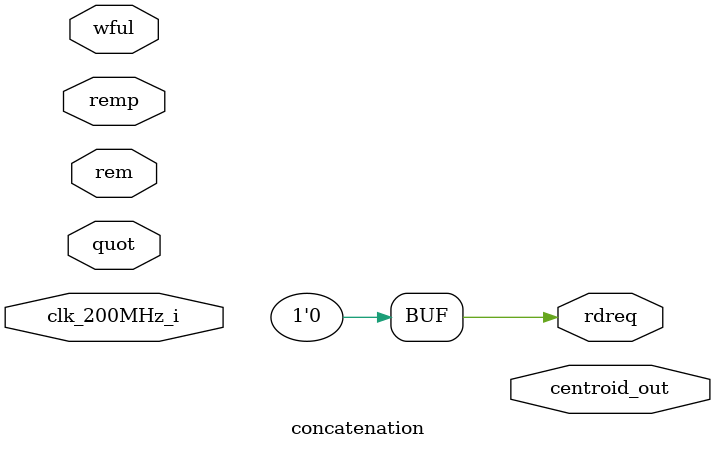
<source format=v>
module concatenation   (			
										input clk_200MHz_i,
										input wful,
										input remp,
										input [39:0] quot,
										input [7:0] rem,
										output  rdreq,
										output centroid_out );
										


										
assign rdreq=0;										
endmodule
</source>
